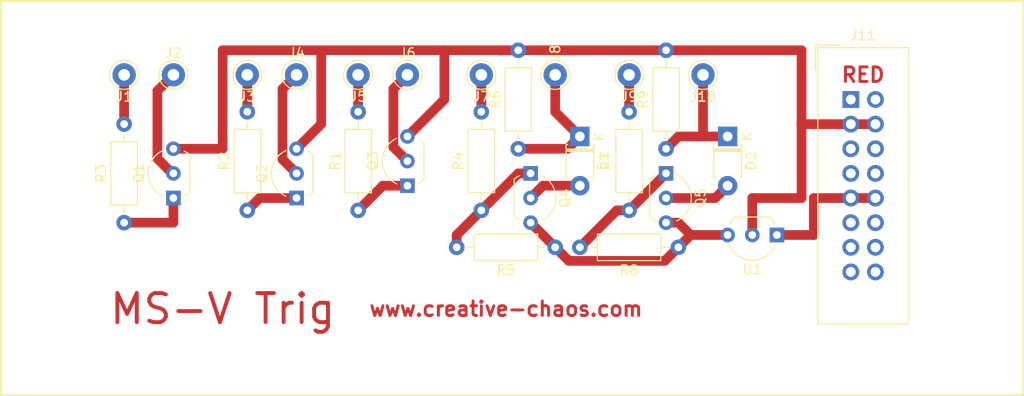
<source format=kicad_pcb>
(kicad_pcb (version 20171130) (host pcbnew "(5.0.0)")

  (general
    (thickness 1.6)
    (drawings 7)
    (tracks 74)
    (zones 0)
    (modules 28)
    (nets 33)
  )

  (page USLetter)
  (layers
    (0 F.Cu signal)
    (31 B.Cu signal hide)
    (32 B.Adhes user hide)
    (33 F.Adhes user hide)
    (34 B.Paste user hide)
    (35 F.Paste user hide)
    (36 B.SilkS user hide)
    (37 F.SilkS user)
    (38 B.Mask user hide)
    (39 F.Mask user hide)
    (40 Dwgs.User user hide)
    (41 Cmts.User user hide)
    (42 Eco1.User user hide)
    (43 Eco2.User user hide)
    (44 Edge.Cuts user hide)
    (45 Margin user hide)
    (46 B.CrtYd user hide)
    (47 F.CrtYd user hide)
    (48 B.Fab user hide)
    (49 F.Fab user hide)
  )

  (setup
    (last_trace_width 1)
    (trace_clearance 0.2)
    (zone_clearance 0.508)
    (zone_45_only no)
    (trace_min 0.2)
    (segment_width 0.2)
    (edge_width 0.15)
    (via_size 0.8)
    (via_drill 0.4)
    (via_min_size 0.4)
    (via_min_drill 0.3)
    (uvia_size 0.3)
    (uvia_drill 0.1)
    (uvias_allowed no)
    (uvia_min_size 0.2)
    (uvia_min_drill 0.1)
    (pcb_text_width 0.3)
    (pcb_text_size 1.5 1.5)
    (mod_edge_width 0.15)
    (mod_text_size 1 1)
    (mod_text_width 0.15)
    (pad_size 1.524 1.524)
    (pad_drill 0.762)
    (pad_to_mask_clearance 0.2)
    (aux_axis_origin 0 0)
    (visible_elements 7FFFFFFF)
    (pcbplotparams
      (layerselection 0x010fc_ffffffff)
      (usegerberextensions false)
      (usegerberattributes false)
      (usegerberadvancedattributes false)
      (creategerberjobfile false)
      (excludeedgelayer true)
      (linewidth 0.100000)
      (plotframeref false)
      (viasonmask false)
      (mode 1)
      (useauxorigin false)
      (hpglpennumber 1)
      (hpglpenspeed 20)
      (hpglpendiameter 15.000000)
      (psnegative false)
      (psa4output false)
      (plotreference true)
      (plotvalue true)
      (plotinvisibletext false)
      (padsonsilk false)
      (subtractmaskfromsilk false)
      (outputformat 1)
      (mirror false)
      (drillshape 1)
      (scaleselection 1)
      (outputdirectory ""))
  )

  (net 0 "")
  (net 1 "Net-(Q5-Pad1)")
  (net 2 GNDPWR)
  (net 3 "Net-(D1-Pad1)")
  (net 4 VCC)
  (net 5 "Net-(Q4-Pad1)")
  (net 6 "Net-(Q1-Pad1)")
  (net 7 "Net-(Q2-Pad1)")
  (net 8 "Net-(Q3-Pad1)")
  (net 9 "Net-(D2-Pad1)")
  (net 10 "Net-(D2-Pad2)")
  (net 11 "Net-(D1-Pad2)")
  (net 12 "Net-(J4-Pad1)")
  (net 13 "Net-(J1-Pad1)")
  (net 14 "Net-(J5-Pad1)")
  (net 15 "Net-(J2-Pad1)")
  (net 16 "Net-(J3-Pad1)")
  (net 17 "Net-(J6-Pad1)")
  (net 18 "Net-(J7-Pad1)")
  (net 19 "Net-(J9-Pad1)")
  (net 20 "Net-(J11-Pad1)")
  (net 21 "Net-(J11-Pad2)")
  (net 22 "Net-(J11-Pad10)")
  (net 23 "Net-(J11-Pad5)")
  (net 24 "Net-(J11-Pad6)")
  (net 25 "Net-(J11-Pad7)")
  (net 26 "Net-(J11-Pad8)")
  (net 27 "Net-(J11-Pad11)")
  (net 28 "Net-(J11-Pad12)")
  (net 29 "Net-(J11-Pad13)")
  (net 30 "Net-(J11-Pad14)")
  (net 31 "Net-(J11-Pad15)")
  (net 32 "Net-(J11-Pad16)")

  (net_class Default "This is the default net class."
    (clearance 0.2)
    (trace_width 1)
    (via_dia 0.8)
    (via_drill 0.4)
    (uvia_dia 0.3)
    (uvia_drill 0.1)
    (add_net GNDPWR)
    (add_net "Net-(D1-Pad1)")
    (add_net "Net-(D1-Pad2)")
    (add_net "Net-(D2-Pad1)")
    (add_net "Net-(D2-Pad2)")
    (add_net "Net-(J1-Pad1)")
    (add_net "Net-(J11-Pad1)")
    (add_net "Net-(J11-Pad10)")
    (add_net "Net-(J11-Pad11)")
    (add_net "Net-(J11-Pad12)")
    (add_net "Net-(J11-Pad13)")
    (add_net "Net-(J11-Pad14)")
    (add_net "Net-(J11-Pad15)")
    (add_net "Net-(J11-Pad16)")
    (add_net "Net-(J11-Pad2)")
    (add_net "Net-(J11-Pad5)")
    (add_net "Net-(J11-Pad6)")
    (add_net "Net-(J11-Pad7)")
    (add_net "Net-(J11-Pad8)")
    (add_net "Net-(J2-Pad1)")
    (add_net "Net-(J3-Pad1)")
    (add_net "Net-(J4-Pad1)")
    (add_net "Net-(J5-Pad1)")
    (add_net "Net-(J6-Pad1)")
    (add_net "Net-(J7-Pad1)")
    (add_net "Net-(J9-Pad1)")
    (add_net "Net-(Q1-Pad1)")
    (add_net "Net-(Q2-Pad1)")
    (add_net "Net-(Q3-Pad1)")
    (add_net "Net-(Q4-Pad1)")
    (add_net "Net-(Q5-Pad1)")
    (add_net VCC)
  )

  (module Package_TO_SOT_THT:TO-92_Inline_Wide (layer F.Cu) (tedit 5A02FF81) (tstamp 5BD70509)
    (at 96.52 49.53 180)
    (descr "TO-92 leads in-line, wide, drill 0.75mm (see NXP sot054_po.pdf)")
    (tags "to-92 sc-43 sc-43a sot54 PA33 transistor")
    (path /5BD4F5AB)
    (fp_text reference U1 (at 2.54 -3.56 180) (layer F.SilkS)
      (effects (font (size 1 1) (thickness 0.15)))
    )
    (fp_text value LM7805_TO220 (at 2.54 2.79 180) (layer F.Fab)
      (effects (font (size 1 1) (thickness 0.15)))
    )
    (fp_text user %R (at 2.54 -3.56 180) (layer F.Fab)
      (effects (font (size 1 1) (thickness 0.15)))
    )
    (fp_line (start 0.74 1.85) (end 4.34 1.85) (layer F.SilkS) (width 0.12))
    (fp_line (start 0.8 1.75) (end 4.3 1.75) (layer F.Fab) (width 0.1))
    (fp_line (start -1.01 -2.73) (end 6.09 -2.73) (layer F.CrtYd) (width 0.05))
    (fp_line (start -1.01 -2.73) (end -1.01 2.01) (layer F.CrtYd) (width 0.05))
    (fp_line (start 6.09 2.01) (end 6.09 -2.73) (layer F.CrtYd) (width 0.05))
    (fp_line (start 6.09 2.01) (end -1.01 2.01) (layer F.CrtYd) (width 0.05))
    (fp_arc (start 2.54 0) (end 0.74 1.85) (angle 20) (layer F.SilkS) (width 0.12))
    (fp_arc (start 2.54 0) (end 2.54 -2.6) (angle -65) (layer F.SilkS) (width 0.12))
    (fp_arc (start 2.54 0) (end 2.54 -2.6) (angle 65) (layer F.SilkS) (width 0.12))
    (fp_arc (start 2.54 0) (end 2.54 -2.48) (angle 135) (layer F.Fab) (width 0.1))
    (fp_arc (start 2.54 0) (end 2.54 -2.48) (angle -135) (layer F.Fab) (width 0.1))
    (fp_arc (start 2.54 0) (end 4.34 1.85) (angle -20) (layer F.SilkS) (width 0.12))
    (pad 2 thru_hole circle (at 2.54 0 270) (size 1.5 1.5) (drill 0.8) (layers *.Cu *.Mask)
      (net 2 GNDPWR))
    (pad 3 thru_hole circle (at 5.08 0 270) (size 1.5 1.5) (drill 0.8) (layers *.Cu *.Mask)
      (net 4 VCC))
    (pad 1 thru_hole rect (at 0 0 270) (size 1.5 1.5) (drill 0.8) (layers *.Cu *.Mask)
      (net 22 "Net-(J11-Pad10)"))
    (model ${KISYS3DMOD}/Package_TO_SOT_THT.3dshapes/TO-92_Inline_Wide.wrl
      (at (xyz 0 0 0))
      (scale (xyz 1 1 1))
      (rotate (xyz 0 0 0))
    )
  )

  (module Resistor_THT:R_Axial_DIN0207_L6.3mm_D2.5mm_P10.16mm_Horizontal (layer F.Cu) (tedit 5BD64DC0) (tstamp 5BD6F3F9)
    (at 86.36 50.8 180)
    (descr "Resistor, Axial_DIN0207 series, Axial, Horizontal, pin pitch=10.16mm, 0.25W = 1/4W, length*diameter=6.3*2.5mm^2, http://cdn-reichelt.de/documents/datenblatt/B400/1_4W%23YAG.pdf")
    (tags "Resistor Axial_DIN0207 series Axial Horizontal pin pitch 10.16mm 0.25W = 1/4W length 6.3mm diameter 2.5mm")
    (path /5BD5D0B9)
    (fp_text reference R8 (at 5.08 -2.37 180) (layer F.SilkS)
      (effects (font (size 1 1) (thickness 0.15)))
    )
    (fp_text value 100k (at 5.08 2.37 180) (layer F.Fab)
      (effects (font (size 1 1) (thickness 0.15)))
    )
    (fp_text user %R (at 5.08 0 180) (layer F.Fab)
      (effects (font (size 1 1) (thickness 0.15)))
    )
    (fp_line (start 11.21 -1.5) (end -1.05 -1.5) (layer F.CrtYd) (width 0.05))
    (fp_line (start 11.21 1.5) (end 11.21 -1.5) (layer F.CrtYd) (width 0.05))
    (fp_line (start -1.05 1.5) (end 11.21 1.5) (layer F.CrtYd) (width 0.05))
    (fp_line (start -1.05 -1.5) (end -1.05 1.5) (layer F.CrtYd) (width 0.05))
    (fp_line (start 9.12 0) (end 8.35 0) (layer F.SilkS) (width 0.12))
    (fp_line (start 1.04 0) (end 1.81 0) (layer F.SilkS) (width 0.12))
    (fp_line (start 8.35 -1.37) (end 1.81 -1.37) (layer F.SilkS) (width 0.12))
    (fp_line (start 8.35 1.37) (end 8.35 -1.37) (layer F.SilkS) (width 0.12))
    (fp_line (start 1.81 1.37) (end 8.35 1.37) (layer F.SilkS) (width 0.12))
    (fp_line (start 1.81 -1.37) (end 1.81 1.37) (layer F.SilkS) (width 0.12))
    (fp_line (start 10.16 0) (end 8.23 0) (layer F.Fab) (width 0.1))
    (fp_line (start 0 0) (end 1.93 0) (layer F.Fab) (width 0.1))
    (fp_line (start 8.23 -1.25) (end 1.93 -1.25) (layer F.Fab) (width 0.1))
    (fp_line (start 8.23 1.25) (end 8.23 -1.25) (layer F.Fab) (width 0.1))
    (fp_line (start 1.93 1.25) (end 8.23 1.25) (layer F.Fab) (width 0.1))
    (fp_line (start 1.93 -1.25) (end 1.93 1.25) (layer F.Fab) (width 0.1))
    (pad 2 thru_hole oval (at 10.16 0 180) (size 1.6 1.6) (drill 0.8) (layers *.Cu *.Mask)
      (net 1 "Net-(Q5-Pad1)"))
    (pad 1 thru_hole circle (at 0 0 180) (size 1.6 1.6) (drill 0.8) (layers *.Cu *.Mask)
      (net 4 VCC))
    (model ${KISYS3DMOD}/Resistor_THT.3dshapes/R_Axial_DIN0207_L6.3mm_D2.5mm_P10.16mm_Horizontal.wrl
      (at (xyz 0 0 0))
      (scale (xyz 1 1 1))
      (rotate (xyz 0 0 0))
    )
  )

  (module Resistor_THT:R_Axial_DIN0207_L6.3mm_D2.5mm_P10.16mm_Horizontal (layer F.Cu) (tedit 5AE5139B) (tstamp 5BD6F3E3)
    (at 85.09 40.64 90)
    (descr "Resistor, Axial_DIN0207 series, Axial, Horizontal, pin pitch=10.16mm, 0.25W = 1/4W, length*diameter=6.3*2.5mm^2, http://cdn-reichelt.de/documents/datenblatt/B400/1_4W%23YAG.pdf")
    (tags "Resistor Axial_DIN0207 series Axial Horizontal pin pitch 10.16mm 0.25W = 1/4W length 6.3mm diameter 2.5mm")
    (path /5BD5D09C)
    (fp_text reference R9 (at 5.08 -2.37 90) (layer F.SilkS)
      (effects (font (size 1 1) (thickness 0.15)))
    )
    (fp_text value 10k (at 5.08 2.37 90) (layer F.Fab)
      (effects (font (size 1 1) (thickness 0.15)))
    )
    (fp_line (start 1.93 -1.25) (end 1.93 1.25) (layer F.Fab) (width 0.1))
    (fp_line (start 1.93 1.25) (end 8.23 1.25) (layer F.Fab) (width 0.1))
    (fp_line (start 8.23 1.25) (end 8.23 -1.25) (layer F.Fab) (width 0.1))
    (fp_line (start 8.23 -1.25) (end 1.93 -1.25) (layer F.Fab) (width 0.1))
    (fp_line (start 0 0) (end 1.93 0) (layer F.Fab) (width 0.1))
    (fp_line (start 10.16 0) (end 8.23 0) (layer F.Fab) (width 0.1))
    (fp_line (start 1.81 -1.37) (end 1.81 1.37) (layer F.SilkS) (width 0.12))
    (fp_line (start 1.81 1.37) (end 8.35 1.37) (layer F.SilkS) (width 0.12))
    (fp_line (start 8.35 1.37) (end 8.35 -1.37) (layer F.SilkS) (width 0.12))
    (fp_line (start 8.35 -1.37) (end 1.81 -1.37) (layer F.SilkS) (width 0.12))
    (fp_line (start 1.04 0) (end 1.81 0) (layer F.SilkS) (width 0.12))
    (fp_line (start 9.12 0) (end 8.35 0) (layer F.SilkS) (width 0.12))
    (fp_line (start -1.05 -1.5) (end -1.05 1.5) (layer F.CrtYd) (width 0.05))
    (fp_line (start -1.05 1.5) (end 11.21 1.5) (layer F.CrtYd) (width 0.05))
    (fp_line (start 11.21 1.5) (end 11.21 -1.5) (layer F.CrtYd) (width 0.05))
    (fp_line (start 11.21 -1.5) (end -1.05 -1.5) (layer F.CrtYd) (width 0.05))
    (fp_text user %R (at 5.08 0 90) (layer F.Fab)
      (effects (font (size 1 1) (thickness 0.15)))
    )
    (pad 1 thru_hole circle (at 0 0 90) (size 1.6 1.6) (drill 0.8) (layers *.Cu *.Mask)
      (net 9 "Net-(D2-Pad1)"))
    (pad 2 thru_hole oval (at 10.16 0 90) (size 1.6 1.6) (drill 0.8) (layers *.Cu *.Mask)
      (net 2 GNDPWR))
    (model ${KISYS3DMOD}/Resistor_THT.3dshapes/R_Axial_DIN0207_L6.3mm_D2.5mm_P10.16mm_Horizontal.wrl
      (at (xyz 0 0 0))
      (scale (xyz 1 1 1))
      (rotate (xyz 0 0 0))
    )
  )

  (module Resistor_THT:R_Axial_DIN0207_L6.3mm_D2.5mm_P10.16mm_Horizontal (layer F.Cu) (tedit 5AE5139B) (tstamp 5BD6F3CD)
    (at 53.34 46.99 90)
    (descr "Resistor, Axial_DIN0207 series, Axial, Horizontal, pin pitch=10.16mm, 0.25W = 1/4W, length*diameter=6.3*2.5mm^2, http://cdn-reichelt.de/documents/datenblatt/B400/1_4W%23YAG.pdf")
    (tags "Resistor Axial_DIN0207 series Axial Horizontal pin pitch 10.16mm 0.25W = 1/4W length 6.3mm diameter 2.5mm")
    (path /5BD4C484)
    (fp_text reference R1 (at 5.08 -2.37 90) (layer F.SilkS)
      (effects (font (size 1 1) (thickness 0.15)))
    )
    (fp_text value 10k (at 5.08 2.37 90) (layer F.Fab)
      (effects (font (size 1 1) (thickness 0.15)))
    )
    (fp_text user %R (at 5.08 0 90) (layer F.Fab)
      (effects (font (size 1 1) (thickness 0.15)))
    )
    (fp_line (start 11.21 -1.5) (end -1.05 -1.5) (layer F.CrtYd) (width 0.05))
    (fp_line (start 11.21 1.5) (end 11.21 -1.5) (layer F.CrtYd) (width 0.05))
    (fp_line (start -1.05 1.5) (end 11.21 1.5) (layer F.CrtYd) (width 0.05))
    (fp_line (start -1.05 -1.5) (end -1.05 1.5) (layer F.CrtYd) (width 0.05))
    (fp_line (start 9.12 0) (end 8.35 0) (layer F.SilkS) (width 0.12))
    (fp_line (start 1.04 0) (end 1.81 0) (layer F.SilkS) (width 0.12))
    (fp_line (start 8.35 -1.37) (end 1.81 -1.37) (layer F.SilkS) (width 0.12))
    (fp_line (start 8.35 1.37) (end 8.35 -1.37) (layer F.SilkS) (width 0.12))
    (fp_line (start 1.81 1.37) (end 8.35 1.37) (layer F.SilkS) (width 0.12))
    (fp_line (start 1.81 -1.37) (end 1.81 1.37) (layer F.SilkS) (width 0.12))
    (fp_line (start 10.16 0) (end 8.23 0) (layer F.Fab) (width 0.1))
    (fp_line (start 0 0) (end 1.93 0) (layer F.Fab) (width 0.1))
    (fp_line (start 8.23 -1.25) (end 1.93 -1.25) (layer F.Fab) (width 0.1))
    (fp_line (start 8.23 1.25) (end 8.23 -1.25) (layer F.Fab) (width 0.1))
    (fp_line (start 1.93 1.25) (end 8.23 1.25) (layer F.Fab) (width 0.1))
    (fp_line (start 1.93 -1.25) (end 1.93 1.25) (layer F.Fab) (width 0.1))
    (pad 2 thru_hole oval (at 10.16 0 90) (size 1.6 1.6) (drill 0.8) (layers *.Cu *.Mask)
      (net 14 "Net-(J5-Pad1)"))
    (pad 1 thru_hole circle (at 0 0 90) (size 1.6 1.6) (drill 0.8) (layers *.Cu *.Mask)
      (net 8 "Net-(Q3-Pad1)"))
    (model ${KISYS3DMOD}/Resistor_THT.3dshapes/R_Axial_DIN0207_L6.3mm_D2.5mm_P10.16mm_Horizontal.wrl
      (at (xyz 0 0 0))
      (scale (xyz 1 1 1))
      (rotate (xyz 0 0 0))
    )
  )

  (module Resistor_THT:R_Axial_DIN0207_L6.3mm_D2.5mm_P10.16mm_Horizontal (layer F.Cu) (tedit 5AE5139B) (tstamp 5BD6F3B7)
    (at 41.91 46.99 90)
    (descr "Resistor, Axial_DIN0207 series, Axial, Horizontal, pin pitch=10.16mm, 0.25W = 1/4W, length*diameter=6.3*2.5mm^2, http://cdn-reichelt.de/documents/datenblatt/B400/1_4W%23YAG.pdf")
    (tags "Resistor Axial_DIN0207 series Axial Horizontal pin pitch 10.16mm 0.25W = 1/4W length 6.3mm diameter 2.5mm")
    (path /5BD5071D)
    (fp_text reference R2 (at 5.08 -2.37 90) (layer F.SilkS)
      (effects (font (size 1 1) (thickness 0.15)))
    )
    (fp_text value 10k (at 5.08 2.37 90) (layer F.Fab)
      (effects (font (size 1 1) (thickness 0.15)))
    )
    (fp_line (start 1.93 -1.25) (end 1.93 1.25) (layer F.Fab) (width 0.1))
    (fp_line (start 1.93 1.25) (end 8.23 1.25) (layer F.Fab) (width 0.1))
    (fp_line (start 8.23 1.25) (end 8.23 -1.25) (layer F.Fab) (width 0.1))
    (fp_line (start 8.23 -1.25) (end 1.93 -1.25) (layer F.Fab) (width 0.1))
    (fp_line (start 0 0) (end 1.93 0) (layer F.Fab) (width 0.1))
    (fp_line (start 10.16 0) (end 8.23 0) (layer F.Fab) (width 0.1))
    (fp_line (start 1.81 -1.37) (end 1.81 1.37) (layer F.SilkS) (width 0.12))
    (fp_line (start 1.81 1.37) (end 8.35 1.37) (layer F.SilkS) (width 0.12))
    (fp_line (start 8.35 1.37) (end 8.35 -1.37) (layer F.SilkS) (width 0.12))
    (fp_line (start 8.35 -1.37) (end 1.81 -1.37) (layer F.SilkS) (width 0.12))
    (fp_line (start 1.04 0) (end 1.81 0) (layer F.SilkS) (width 0.12))
    (fp_line (start 9.12 0) (end 8.35 0) (layer F.SilkS) (width 0.12))
    (fp_line (start -1.05 -1.5) (end -1.05 1.5) (layer F.CrtYd) (width 0.05))
    (fp_line (start -1.05 1.5) (end 11.21 1.5) (layer F.CrtYd) (width 0.05))
    (fp_line (start 11.21 1.5) (end 11.21 -1.5) (layer F.CrtYd) (width 0.05))
    (fp_line (start 11.21 -1.5) (end -1.05 -1.5) (layer F.CrtYd) (width 0.05))
    (fp_text user %R (at 5.08 0 90) (layer F.Fab)
      (effects (font (size 1 1) (thickness 0.15)))
    )
    (pad 1 thru_hole circle (at 0 0 90) (size 1.6 1.6) (drill 0.8) (layers *.Cu *.Mask)
      (net 7 "Net-(Q2-Pad1)"))
    (pad 2 thru_hole oval (at 10.16 0 90) (size 1.6 1.6) (drill 0.8) (layers *.Cu *.Mask)
      (net 16 "Net-(J3-Pad1)"))
    (model ${KISYS3DMOD}/Resistor_THT.3dshapes/R_Axial_DIN0207_L6.3mm_D2.5mm_P10.16mm_Horizontal.wrl
      (at (xyz 0 0 0))
      (scale (xyz 1 1 1))
      (rotate (xyz 0 0 0))
    )
  )

  (module Resistor_THT:R_Axial_DIN0207_L6.3mm_D2.5mm_P10.16mm_Horizontal (layer F.Cu) (tedit 5AE5139B) (tstamp 5BD6F375)
    (at 66.04 46.99 90)
    (descr "Resistor, Axial_DIN0207 series, Axial, Horizontal, pin pitch=10.16mm, 0.25W = 1/4W, length*diameter=6.3*2.5mm^2, http://cdn-reichelt.de/documents/datenblatt/B400/1_4W%23YAG.pdf")
    (tags "Resistor Axial_DIN0207 series Axial Horizontal pin pitch 10.16mm 0.25W = 1/4W length 6.3mm diameter 2.5mm")
    (path /5BD516CC)
    (fp_text reference R4 (at 5.08 -2.37 90) (layer F.SilkS)
      (effects (font (size 1 1) (thickness 0.15)))
    )
    (fp_text value 10k (at 5.08 2.37 90) (layer F.Fab)
      (effects (font (size 1 1) (thickness 0.15)))
    )
    (fp_text user %R (at 5.08 0 90) (layer F.Fab)
      (effects (font (size 1 1) (thickness 0.15)))
    )
    (fp_line (start 11.21 -1.5) (end -1.05 -1.5) (layer F.CrtYd) (width 0.05))
    (fp_line (start 11.21 1.5) (end 11.21 -1.5) (layer F.CrtYd) (width 0.05))
    (fp_line (start -1.05 1.5) (end 11.21 1.5) (layer F.CrtYd) (width 0.05))
    (fp_line (start -1.05 -1.5) (end -1.05 1.5) (layer F.CrtYd) (width 0.05))
    (fp_line (start 9.12 0) (end 8.35 0) (layer F.SilkS) (width 0.12))
    (fp_line (start 1.04 0) (end 1.81 0) (layer F.SilkS) (width 0.12))
    (fp_line (start 8.35 -1.37) (end 1.81 -1.37) (layer F.SilkS) (width 0.12))
    (fp_line (start 8.35 1.37) (end 8.35 -1.37) (layer F.SilkS) (width 0.12))
    (fp_line (start 1.81 1.37) (end 8.35 1.37) (layer F.SilkS) (width 0.12))
    (fp_line (start 1.81 -1.37) (end 1.81 1.37) (layer F.SilkS) (width 0.12))
    (fp_line (start 10.16 0) (end 8.23 0) (layer F.Fab) (width 0.1))
    (fp_line (start 0 0) (end 1.93 0) (layer F.Fab) (width 0.1))
    (fp_line (start 8.23 -1.25) (end 1.93 -1.25) (layer F.Fab) (width 0.1))
    (fp_line (start 8.23 1.25) (end 8.23 -1.25) (layer F.Fab) (width 0.1))
    (fp_line (start 1.93 1.25) (end 8.23 1.25) (layer F.Fab) (width 0.1))
    (fp_line (start 1.93 -1.25) (end 1.93 1.25) (layer F.Fab) (width 0.1))
    (pad 2 thru_hole oval (at 10.16 0 90) (size 1.6 1.6) (drill 0.8) (layers *.Cu *.Mask)
      (net 18 "Net-(J7-Pad1)"))
    (pad 1 thru_hole circle (at 0 0 90) (size 1.6 1.6) (drill 0.8) (layers *.Cu *.Mask)
      (net 5 "Net-(Q4-Pad1)"))
    (model ${KISYS3DMOD}/Resistor_THT.3dshapes/R_Axial_DIN0207_L6.3mm_D2.5mm_P10.16mm_Horizontal.wrl
      (at (xyz 0 0 0))
      (scale (xyz 1 1 1))
      (rotate (xyz 0 0 0))
    )
  )

  (module Resistor_THT:R_Axial_DIN0207_L6.3mm_D2.5mm_P10.16mm_Horizontal (layer F.Cu) (tedit 5AE5139B) (tstamp 5BD6F35F)
    (at 73.66 50.8 180)
    (descr "Resistor, Axial_DIN0207 series, Axial, Horizontal, pin pitch=10.16mm, 0.25W = 1/4W, length*diameter=6.3*2.5mm^2, http://cdn-reichelt.de/documents/datenblatt/B400/1_4W%23YAG.pdf")
    (tags "Resistor Axial_DIN0207 series Axial Horizontal pin pitch 10.16mm 0.25W = 1/4W length 6.3mm diameter 2.5mm")
    (path /5BD54AF9)
    (fp_text reference R5 (at 5.08 -2.37 180) (layer F.SilkS)
      (effects (font (size 1 1) (thickness 0.15)))
    )
    (fp_text value 100k (at 5.08 2.37 180) (layer F.Fab)
      (effects (font (size 1 1) (thickness 0.15)))
    )
    (fp_line (start 1.93 -1.25) (end 1.93 1.25) (layer F.Fab) (width 0.1))
    (fp_line (start 1.93 1.25) (end 8.23 1.25) (layer F.Fab) (width 0.1))
    (fp_line (start 8.23 1.25) (end 8.23 -1.25) (layer F.Fab) (width 0.1))
    (fp_line (start 8.23 -1.25) (end 1.93 -1.25) (layer F.Fab) (width 0.1))
    (fp_line (start 0 0) (end 1.93 0) (layer F.Fab) (width 0.1))
    (fp_line (start 10.16 0) (end 8.23 0) (layer F.Fab) (width 0.1))
    (fp_line (start 1.81 -1.37) (end 1.81 1.37) (layer F.SilkS) (width 0.12))
    (fp_line (start 1.81 1.37) (end 8.35 1.37) (layer F.SilkS) (width 0.12))
    (fp_line (start 8.35 1.37) (end 8.35 -1.37) (layer F.SilkS) (width 0.12))
    (fp_line (start 8.35 -1.37) (end 1.81 -1.37) (layer F.SilkS) (width 0.12))
    (fp_line (start 1.04 0) (end 1.81 0) (layer F.SilkS) (width 0.12))
    (fp_line (start 9.12 0) (end 8.35 0) (layer F.SilkS) (width 0.12))
    (fp_line (start -1.05 -1.5) (end -1.05 1.5) (layer F.CrtYd) (width 0.05))
    (fp_line (start -1.05 1.5) (end 11.21 1.5) (layer F.CrtYd) (width 0.05))
    (fp_line (start 11.21 1.5) (end 11.21 -1.5) (layer F.CrtYd) (width 0.05))
    (fp_line (start 11.21 -1.5) (end -1.05 -1.5) (layer F.CrtYd) (width 0.05))
    (fp_text user %R (at 5.08 0 180) (layer F.Fab)
      (effects (font (size 1 1) (thickness 0.15)))
    )
    (pad 1 thru_hole circle (at 0 0 180) (size 1.6 1.6) (drill 0.8) (layers *.Cu *.Mask)
      (net 4 VCC))
    (pad 2 thru_hole oval (at 10.16 0 180) (size 1.6 1.6) (drill 0.8) (layers *.Cu *.Mask)
      (net 5 "Net-(Q4-Pad1)"))
    (model ${KISYS3DMOD}/Resistor_THT.3dshapes/R_Axial_DIN0207_L6.3mm_D2.5mm_P10.16mm_Horizontal.wrl
      (at (xyz 0 0 0))
      (scale (xyz 1 1 1))
      (rotate (xyz 0 0 0))
    )
  )

  (module Resistor_THT:R_Axial_DIN0207_L6.3mm_D2.5mm_P10.16mm_Horizontal (layer F.Cu) (tedit 5AE5139B) (tstamp 5BD6F349)
    (at 69.85 40.64 90)
    (descr "Resistor, Axial_DIN0207 series, Axial, Horizontal, pin pitch=10.16mm, 0.25W = 1/4W, length*diameter=6.3*2.5mm^2, http://cdn-reichelt.de/documents/datenblatt/B400/1_4W%23YAG.pdf")
    (tags "Resistor Axial_DIN0207 series Axial Horizontal pin pitch 10.16mm 0.25W = 1/4W length 6.3mm diameter 2.5mm")
    (path /5BD52EFF)
    (fp_text reference R6 (at 5.08 -2.37 90) (layer F.SilkS)
      (effects (font (size 1 1) (thickness 0.15)))
    )
    (fp_text value 10k (at 5.08 2.37 90) (layer F.Fab)
      (effects (font (size 1 1) (thickness 0.15)))
    )
    (fp_text user %R (at 5.08 0 90) (layer F.Fab)
      (effects (font (size 1 1) (thickness 0.15)))
    )
    (fp_line (start 11.21 -1.5) (end -1.05 -1.5) (layer F.CrtYd) (width 0.05))
    (fp_line (start 11.21 1.5) (end 11.21 -1.5) (layer F.CrtYd) (width 0.05))
    (fp_line (start -1.05 1.5) (end 11.21 1.5) (layer F.CrtYd) (width 0.05))
    (fp_line (start -1.05 -1.5) (end -1.05 1.5) (layer F.CrtYd) (width 0.05))
    (fp_line (start 9.12 0) (end 8.35 0) (layer F.SilkS) (width 0.12))
    (fp_line (start 1.04 0) (end 1.81 0) (layer F.SilkS) (width 0.12))
    (fp_line (start 8.35 -1.37) (end 1.81 -1.37) (layer F.SilkS) (width 0.12))
    (fp_line (start 8.35 1.37) (end 8.35 -1.37) (layer F.SilkS) (width 0.12))
    (fp_line (start 1.81 1.37) (end 8.35 1.37) (layer F.SilkS) (width 0.12))
    (fp_line (start 1.81 -1.37) (end 1.81 1.37) (layer F.SilkS) (width 0.12))
    (fp_line (start 10.16 0) (end 8.23 0) (layer F.Fab) (width 0.1))
    (fp_line (start 0 0) (end 1.93 0) (layer F.Fab) (width 0.1))
    (fp_line (start 8.23 -1.25) (end 1.93 -1.25) (layer F.Fab) (width 0.1))
    (fp_line (start 8.23 1.25) (end 8.23 -1.25) (layer F.Fab) (width 0.1))
    (fp_line (start 1.93 1.25) (end 8.23 1.25) (layer F.Fab) (width 0.1))
    (fp_line (start 1.93 -1.25) (end 1.93 1.25) (layer F.Fab) (width 0.1))
    (pad 2 thru_hole oval (at 10.16 0 90) (size 1.6 1.6) (drill 0.8) (layers *.Cu *.Mask)
      (net 2 GNDPWR))
    (pad 1 thru_hole circle (at 0 0 90) (size 1.6 1.6) (drill 0.8) (layers *.Cu *.Mask)
      (net 3 "Net-(D1-Pad1)"))
    (model ${KISYS3DMOD}/Resistor_THT.3dshapes/R_Axial_DIN0207_L6.3mm_D2.5mm_P10.16mm_Horizontal.wrl
      (at (xyz 0 0 0))
      (scale (xyz 1 1 1))
      (rotate (xyz 0 0 0))
    )
  )

  (module Resistor_THT:R_Axial_DIN0207_L6.3mm_D2.5mm_P10.16mm_Horizontal (layer F.Cu) (tedit 5AE5139B) (tstamp 5BD6F333)
    (at 81.28 46.99 90)
    (descr "Resistor, Axial_DIN0207 series, Axial, Horizontal, pin pitch=10.16mm, 0.25W = 1/4W, length*diameter=6.3*2.5mm^2, http://cdn-reichelt.de/documents/datenblatt/B400/1_4W%23YAG.pdf")
    (tags "Resistor Axial_DIN0207 series Axial Horizontal pin pitch 10.16mm 0.25W = 1/4W length 6.3mm diameter 2.5mm")
    (path /5BD5D093)
    (fp_text reference R7 (at 5.08 -2.37 90) (layer F.SilkS)
      (effects (font (size 1 1) (thickness 0.15)))
    )
    (fp_text value 10k (at 5.08 2.37 90) (layer F.Fab)
      (effects (font (size 1 1) (thickness 0.15)))
    )
    (fp_line (start 1.93 -1.25) (end 1.93 1.25) (layer F.Fab) (width 0.1))
    (fp_line (start 1.93 1.25) (end 8.23 1.25) (layer F.Fab) (width 0.1))
    (fp_line (start 8.23 1.25) (end 8.23 -1.25) (layer F.Fab) (width 0.1))
    (fp_line (start 8.23 -1.25) (end 1.93 -1.25) (layer F.Fab) (width 0.1))
    (fp_line (start 0 0) (end 1.93 0) (layer F.Fab) (width 0.1))
    (fp_line (start 10.16 0) (end 8.23 0) (layer F.Fab) (width 0.1))
    (fp_line (start 1.81 -1.37) (end 1.81 1.37) (layer F.SilkS) (width 0.12))
    (fp_line (start 1.81 1.37) (end 8.35 1.37) (layer F.SilkS) (width 0.12))
    (fp_line (start 8.35 1.37) (end 8.35 -1.37) (layer F.SilkS) (width 0.12))
    (fp_line (start 8.35 -1.37) (end 1.81 -1.37) (layer F.SilkS) (width 0.12))
    (fp_line (start 1.04 0) (end 1.81 0) (layer F.SilkS) (width 0.12))
    (fp_line (start 9.12 0) (end 8.35 0) (layer F.SilkS) (width 0.12))
    (fp_line (start -1.05 -1.5) (end -1.05 1.5) (layer F.CrtYd) (width 0.05))
    (fp_line (start -1.05 1.5) (end 11.21 1.5) (layer F.CrtYd) (width 0.05))
    (fp_line (start 11.21 1.5) (end 11.21 -1.5) (layer F.CrtYd) (width 0.05))
    (fp_line (start 11.21 -1.5) (end -1.05 -1.5) (layer F.CrtYd) (width 0.05))
    (fp_text user %R (at 5.08 0 90) (layer F.Fab)
      (effects (font (size 1 1) (thickness 0.15)))
    )
    (pad 1 thru_hole circle (at 0 0 90) (size 1.6 1.6) (drill 0.8) (layers *.Cu *.Mask)
      (net 1 "Net-(Q5-Pad1)"))
    (pad 2 thru_hole oval (at 10.16 0 90) (size 1.6 1.6) (drill 0.8) (layers *.Cu *.Mask)
      (net 19 "Net-(J9-Pad1)"))
    (model ${KISYS3DMOD}/Resistor_THT.3dshapes/R_Axial_DIN0207_L6.3mm_D2.5mm_P10.16mm_Horizontal.wrl
      (at (xyz 0 0 0))
      (scale (xyz 1 1 1))
      (rotate (xyz 0 0 0))
    )
  )

  (module Package_TO_SOT_THT:TO-92L_Inline_Wide (layer F.Cu) (tedit 5A11996A) (tstamp 5BD6E483)
    (at 46.99 45.72 90)
    (descr "TO-92L leads in-line (large body variant of TO-92), also known as TO-226, wide, drill 0.75mm (see https://www.diodes.com/assets/Package-Files/TO92L.pdf and http://www.ti.com/lit/an/snoa059/snoa059.pdf)")
    (tags "TO-92L Inline Wide transistor")
    (path /5BD50724)
    (fp_text reference Q2 (at 2.54 -3.56 90) (layer F.SilkS)
      (effects (font (size 1 1) (thickness 0.15)))
    )
    (fp_text value Q_NPN_BCE (at 2.54 2.79 90) (layer F.Fab)
      (effects (font (size 1 1) (thickness 0.15)))
    )
    (fp_arc (start 2.54 0) (end 4.45 1.7) (angle -15.88591585) (layer F.SilkS) (width 0.12))
    (fp_arc (start 2.54 0) (end 2.54 -2.48) (angle -130.2499344) (layer F.Fab) (width 0.1))
    (fp_arc (start 2.54 0) (end 2.54 -2.48) (angle 129.9527847) (layer F.Fab) (width 0.1))
    (fp_arc (start 2.54 0) (end 2.54 -2.6) (angle 65) (layer F.SilkS) (width 0.12))
    (fp_arc (start 2.54 0) (end 2.54 -2.6) (angle -65) (layer F.SilkS) (width 0.12))
    (fp_arc (start 2.54 0) (end 0.6 1.7) (angle 15.44288892) (layer F.SilkS) (width 0.12))
    (fp_line (start 6.1 1.85) (end -1 1.85) (layer F.CrtYd) (width 0.05))
    (fp_line (start 6.1 1.85) (end 6.1 -2.75) (layer F.CrtYd) (width 0.05))
    (fp_line (start -1 -2.75) (end -1 1.85) (layer F.CrtYd) (width 0.05))
    (fp_line (start -1 -2.75) (end 6.1 -2.75) (layer F.CrtYd) (width 0.05))
    (fp_line (start 0.65 1.6) (end 4.4 1.6) (layer F.Fab) (width 0.1))
    (fp_line (start 0.6 1.7) (end 4.45 1.7) (layer F.SilkS) (width 0.12))
    (fp_text user %R (at 2.54 -3.56 90) (layer F.Fab)
      (effects (font (size 1 1) (thickness 0.15)))
    )
    (pad 1 thru_hole rect (at 0 0 180) (size 1.5 1.5) (drill 0.8) (layers *.Cu *.Mask)
      (net 7 "Net-(Q2-Pad1)"))
    (pad 3 thru_hole circle (at 5.08 0 180) (size 1.5 1.5) (drill 0.8) (layers *.Cu *.Mask)
      (net 2 GNDPWR))
    (pad 2 thru_hole circle (at 2.54 0 180) (size 1.5 1.5) (drill 0.8) (layers *.Cu *.Mask)
      (net 12 "Net-(J4-Pad1)"))
    (model ${KISYS3DMOD}/Package_TO_SOT_THT.3dshapes/TO-92L_Inline_Wide.wrl
      (at (xyz 0 0 0))
      (scale (xyz 1 1 1))
      (rotate (xyz 0 0 0))
    )
  )

  (module Package_TO_SOT_THT:TO-92L_Inline_Wide (layer F.Cu) (tedit 5A11996A) (tstamp 5BD6E44A)
    (at 58.42 44.45 90)
    (descr "TO-92L leads in-line (large body variant of TO-92), also known as TO-226, wide, drill 0.75mm (see https://www.diodes.com/assets/Package-Files/TO92L.pdf and http://www.ti.com/lit/an/snoa059/snoa059.pdf)")
    (tags "TO-92L Inline Wide transistor")
    (path /5BD4C528)
    (fp_text reference Q3 (at 2.54 -3.56 90) (layer F.SilkS)
      (effects (font (size 1 1) (thickness 0.15)))
    )
    (fp_text value Q_NPN_BCE (at 2.54 2.79 90) (layer F.Fab)
      (effects (font (size 1 1) (thickness 0.15)))
    )
    (fp_text user %R (at 2.54 -3.56 90) (layer F.Fab)
      (effects (font (size 1 1) (thickness 0.15)))
    )
    (fp_line (start 0.6 1.7) (end 4.45 1.7) (layer F.SilkS) (width 0.12))
    (fp_line (start 0.65 1.6) (end 4.4 1.6) (layer F.Fab) (width 0.1))
    (fp_line (start -1 -2.75) (end 6.1 -2.75) (layer F.CrtYd) (width 0.05))
    (fp_line (start -1 -2.75) (end -1 1.85) (layer F.CrtYd) (width 0.05))
    (fp_line (start 6.1 1.85) (end 6.1 -2.75) (layer F.CrtYd) (width 0.05))
    (fp_line (start 6.1 1.85) (end -1 1.85) (layer F.CrtYd) (width 0.05))
    (fp_arc (start 2.54 0) (end 0.6 1.7) (angle 15.44288892) (layer F.SilkS) (width 0.12))
    (fp_arc (start 2.54 0) (end 2.54 -2.6) (angle -65) (layer F.SilkS) (width 0.12))
    (fp_arc (start 2.54 0) (end 2.54 -2.6) (angle 65) (layer F.SilkS) (width 0.12))
    (fp_arc (start 2.54 0) (end 2.54 -2.48) (angle 129.9527847) (layer F.Fab) (width 0.1))
    (fp_arc (start 2.54 0) (end 2.54 -2.48) (angle -130.2499344) (layer F.Fab) (width 0.1))
    (fp_arc (start 2.54 0) (end 4.45 1.7) (angle -15.88591585) (layer F.SilkS) (width 0.12))
    (pad 2 thru_hole circle (at 2.54 0 180) (size 1.5 1.5) (drill 0.8) (layers *.Cu *.Mask)
      (net 17 "Net-(J6-Pad1)"))
    (pad 3 thru_hole circle (at 5.08 0 180) (size 1.5 1.5) (drill 0.8) (layers *.Cu *.Mask)
      (net 2 GNDPWR))
    (pad 1 thru_hole rect (at 0 0 180) (size 1.5 1.5) (drill 0.8) (layers *.Cu *.Mask)
      (net 8 "Net-(Q3-Pad1)"))
    (model ${KISYS3DMOD}/Package_TO_SOT_THT.3dshapes/TO-92L_Inline_Wide.wrl
      (at (xyz 0 0 0))
      (scale (xyz 1 1 1))
      (rotate (xyz 0 0 0))
    )
  )

  (module Package_TO_SOT_THT:TO-92L_Inline_Wide (layer F.Cu) (tedit 5A11996A) (tstamp 5BD6E437)
    (at 71.12 43.18 270)
    (descr "TO-92L leads in-line (large body variant of TO-92), also known as TO-226, wide, drill 0.75mm (see https://www.diodes.com/assets/Package-Files/TO92L.pdf and http://www.ti.com/lit/an/snoa059/snoa059.pdf)")
    (tags "TO-92L Inline Wide transistor")
    (path /5BD4C5DE)
    (fp_text reference Q4 (at 2.54 -3.56 270) (layer F.SilkS)
      (effects (font (size 1 1) (thickness 0.15)))
    )
    (fp_text value Q_PNP_BCE (at 2.54 2.79 270) (layer F.Fab)
      (effects (font (size 1 1) (thickness 0.15)))
    )
    (fp_arc (start 2.54 0) (end 4.45 1.7) (angle -15.88591585) (layer F.SilkS) (width 0.12))
    (fp_arc (start 2.54 0) (end 2.54 -2.48) (angle -130.2499344) (layer F.Fab) (width 0.1))
    (fp_arc (start 2.54 0) (end 2.54 -2.48) (angle 129.9527847) (layer F.Fab) (width 0.1))
    (fp_arc (start 2.54 0) (end 2.54 -2.6) (angle 65) (layer F.SilkS) (width 0.12))
    (fp_arc (start 2.54 0) (end 2.54 -2.6) (angle -65) (layer F.SilkS) (width 0.12))
    (fp_arc (start 2.54 0) (end 0.6 1.7) (angle 15.44288892) (layer F.SilkS) (width 0.12))
    (fp_line (start 6.1 1.85) (end -1 1.85) (layer F.CrtYd) (width 0.05))
    (fp_line (start 6.1 1.85) (end 6.1 -2.75) (layer F.CrtYd) (width 0.05))
    (fp_line (start -1 -2.75) (end -1 1.85) (layer F.CrtYd) (width 0.05))
    (fp_line (start -1 -2.75) (end 6.1 -2.75) (layer F.CrtYd) (width 0.05))
    (fp_line (start 0.65 1.6) (end 4.4 1.6) (layer F.Fab) (width 0.1))
    (fp_line (start 0.6 1.7) (end 4.45 1.7) (layer F.SilkS) (width 0.12))
    (fp_text user %R (at 2.54 -3.56 270) (layer F.Fab)
      (effects (font (size 1 1) (thickness 0.15)))
    )
    (pad 1 thru_hole rect (at 0 0) (size 1.5 1.5) (drill 0.8) (layers *.Cu *.Mask)
      (net 5 "Net-(Q4-Pad1)"))
    (pad 3 thru_hole circle (at 5.08 0) (size 1.5 1.5) (drill 0.8) (layers *.Cu *.Mask)
      (net 4 VCC))
    (pad 2 thru_hole circle (at 2.54 0) (size 1.5 1.5) (drill 0.8) (layers *.Cu *.Mask)
      (net 11 "Net-(D1-Pad2)"))
    (model ${KISYS3DMOD}/Package_TO_SOT_THT.3dshapes/TO-92L_Inline_Wide.wrl
      (at (xyz 0 0 0))
      (scale (xyz 1 1 1))
      (rotate (xyz 0 0 0))
    )
  )

  (module Package_TO_SOT_THT:TO-92L_Inline_Wide (layer F.Cu) (tedit 5A11996A) (tstamp 5BD6E424)
    (at 85.09 43.18 270)
    (descr "TO-92L leads in-line (large body variant of TO-92), also known as TO-226, wide, drill 0.75mm (see https://www.diodes.com/assets/Package-Files/TO92L.pdf and http://www.ti.com/lit/an/snoa059/snoa059.pdf)")
    (tags "TO-92L Inline Wide transistor")
    (path /5BD5D07E)
    (fp_text reference Q5 (at 2.54 -3.56 270) (layer F.SilkS)
      (effects (font (size 1 1) (thickness 0.15)))
    )
    (fp_text value Q_PNP_BCE (at 2.54 2.79 270) (layer F.Fab)
      (effects (font (size 1 1) (thickness 0.15)))
    )
    (fp_text user %R (at 2.54 -3.56 270) (layer F.Fab)
      (effects (font (size 1 1) (thickness 0.15)))
    )
    (fp_line (start 0.6 1.7) (end 4.45 1.7) (layer F.SilkS) (width 0.12))
    (fp_line (start 0.65 1.6) (end 4.4 1.6) (layer F.Fab) (width 0.1))
    (fp_line (start -1 -2.75) (end 6.1 -2.75) (layer F.CrtYd) (width 0.05))
    (fp_line (start -1 -2.75) (end -1 1.85) (layer F.CrtYd) (width 0.05))
    (fp_line (start 6.1 1.85) (end 6.1 -2.75) (layer F.CrtYd) (width 0.05))
    (fp_line (start 6.1 1.85) (end -1 1.85) (layer F.CrtYd) (width 0.05))
    (fp_arc (start 2.54 0) (end 0.6 1.7) (angle 15.44288892) (layer F.SilkS) (width 0.12))
    (fp_arc (start 2.54 0) (end 2.54 -2.6) (angle -65) (layer F.SilkS) (width 0.12))
    (fp_arc (start 2.54 0) (end 2.54 -2.6) (angle 65) (layer F.SilkS) (width 0.12))
    (fp_arc (start 2.54 0) (end 2.54 -2.48) (angle 129.9527847) (layer F.Fab) (width 0.1))
    (fp_arc (start 2.54 0) (end 2.54 -2.48) (angle -130.2499344) (layer F.Fab) (width 0.1))
    (fp_arc (start 2.54 0) (end 4.45 1.7) (angle -15.88591585) (layer F.SilkS) (width 0.12))
    (pad 2 thru_hole circle (at 2.54 0) (size 1.5 1.5) (drill 0.8) (layers *.Cu *.Mask)
      (net 10 "Net-(D2-Pad2)"))
    (pad 3 thru_hole circle (at 5.08 0) (size 1.5 1.5) (drill 0.8) (layers *.Cu *.Mask)
      (net 4 VCC))
    (pad 1 thru_hole rect (at 0 0) (size 1.5 1.5) (drill 0.8) (layers *.Cu *.Mask)
      (net 1 "Net-(Q5-Pad1)"))
    (model ${KISYS3DMOD}/Package_TO_SOT_THT.3dshapes/TO-92L_Inline_Wide.wrl
      (at (xyz 0 0 0))
      (scale (xyz 1 1 1))
      (rotate (xyz 0 0 0))
    )
  )

  (module Package_TO_SOT_THT:TO-92L_Inline_Wide (layer F.Cu) (tedit 5A11996A) (tstamp 5BD6D68C)
    (at 34.29 45.72 90)
    (descr "TO-92L leads in-line (large body variant of TO-92), also known as TO-226, wide, drill 0.75mm (see https://www.diodes.com/assets/Package-Files/TO92L.pdf and http://www.ti.com/lit/an/snoa059/snoa059.pdf)")
    (tags "TO-92L Inline Wide transistor")
    (path /5BD50A5A)
    (fp_text reference Q1 (at 2.54 -3.56 90) (layer F.SilkS)
      (effects (font (size 1 1) (thickness 0.15)))
    )
    (fp_text value Q_NPN_BCE (at 2.54 2.79 90) (layer F.Fab)
      (effects (font (size 1 1) (thickness 0.15)))
    )
    (fp_text user %R (at 2.54 -3.56 90) (layer F.Fab)
      (effects (font (size 1 1) (thickness 0.15)))
    )
    (fp_line (start 0.6 1.7) (end 4.45 1.7) (layer F.SilkS) (width 0.12))
    (fp_line (start 0.65 1.6) (end 4.4 1.6) (layer F.Fab) (width 0.1))
    (fp_line (start -1 -2.75) (end 6.1 -2.75) (layer F.CrtYd) (width 0.05))
    (fp_line (start -1 -2.75) (end -1 1.85) (layer F.CrtYd) (width 0.05))
    (fp_line (start 6.1 1.85) (end 6.1 -2.75) (layer F.CrtYd) (width 0.05))
    (fp_line (start 6.1 1.85) (end -1 1.85) (layer F.CrtYd) (width 0.05))
    (fp_arc (start 2.54 0) (end 0.6 1.7) (angle 15.44288892) (layer F.SilkS) (width 0.12))
    (fp_arc (start 2.54 0) (end 2.54 -2.6) (angle -65) (layer F.SilkS) (width 0.12))
    (fp_arc (start 2.54 0) (end 2.54 -2.6) (angle 65) (layer F.SilkS) (width 0.12))
    (fp_arc (start 2.54 0) (end 2.54 -2.48) (angle 129.9527847) (layer F.Fab) (width 0.1))
    (fp_arc (start 2.54 0) (end 2.54 -2.48) (angle -130.2499344) (layer F.Fab) (width 0.1))
    (fp_arc (start 2.54 0) (end 4.45 1.7) (angle -15.88591585) (layer F.SilkS) (width 0.12))
    (pad 2 thru_hole circle (at 2.54 0 180) (size 1.5 1.5) (drill 0.8) (layers *.Cu *.Mask)
      (net 15 "Net-(J2-Pad1)"))
    (pad 3 thru_hole circle (at 5.08 0 180) (size 1.5 1.5) (drill 0.8) (layers *.Cu *.Mask)
      (net 2 GNDPWR))
    (pad 1 thru_hole rect (at 0 0 180) (size 1.5 1.5) (drill 0.8) (layers *.Cu *.Mask)
      (net 6 "Net-(Q1-Pad1)"))
    (model ${KISYS3DMOD}/Package_TO_SOT_THT.3dshapes/TO-92L_Inline_Wide.wrl
      (at (xyz 0 0 0))
      (scale (xyz 1 1 1))
      (rotate (xyz 0 0 0))
    )
  )

  (module Resistor_THT:R_Axial_DIN0207_L6.3mm_D2.5mm_P10.16mm_Horizontal (layer F.Cu) (tedit 5AE5139B) (tstamp 5BD69802)
    (at 29.21 48.26 90)
    (descr "Resistor, Axial_DIN0207 series, Axial, Horizontal, pin pitch=10.16mm, 0.25W = 1/4W, length*diameter=6.3*2.5mm^2, http://cdn-reichelt.de/documents/datenblatt/B400/1_4W%23YAG.pdf")
    (tags "Resistor Axial_DIN0207 series Axial Horizontal pin pitch 10.16mm 0.25W = 1/4W length 6.3mm diameter 2.5mm")
    (path /5BD50A53)
    (fp_text reference R3 (at 5.08 -2.37 90) (layer F.SilkS)
      (effects (font (size 1 1) (thickness 0.15)))
    )
    (fp_text value 10k (at 5.08 2.37 90) (layer F.Fab)
      (effects (font (size 1 1) (thickness 0.15)))
    )
    (fp_line (start 1.93 -1.25) (end 1.93 1.25) (layer F.Fab) (width 0.1))
    (fp_line (start 1.93 1.25) (end 8.23 1.25) (layer F.Fab) (width 0.1))
    (fp_line (start 8.23 1.25) (end 8.23 -1.25) (layer F.Fab) (width 0.1))
    (fp_line (start 8.23 -1.25) (end 1.93 -1.25) (layer F.Fab) (width 0.1))
    (fp_line (start 0 0) (end 1.93 0) (layer F.Fab) (width 0.1))
    (fp_line (start 10.16 0) (end 8.23 0) (layer F.Fab) (width 0.1))
    (fp_line (start 1.81 -1.37) (end 1.81 1.37) (layer F.SilkS) (width 0.12))
    (fp_line (start 1.81 1.37) (end 8.35 1.37) (layer F.SilkS) (width 0.12))
    (fp_line (start 8.35 1.37) (end 8.35 -1.37) (layer F.SilkS) (width 0.12))
    (fp_line (start 8.35 -1.37) (end 1.81 -1.37) (layer F.SilkS) (width 0.12))
    (fp_line (start 1.04 0) (end 1.81 0) (layer F.SilkS) (width 0.12))
    (fp_line (start 9.12 0) (end 8.35 0) (layer F.SilkS) (width 0.12))
    (fp_line (start -1.05 -1.5) (end -1.05 1.5) (layer F.CrtYd) (width 0.05))
    (fp_line (start -1.05 1.5) (end 11.21 1.5) (layer F.CrtYd) (width 0.05))
    (fp_line (start 11.21 1.5) (end 11.21 -1.5) (layer F.CrtYd) (width 0.05))
    (fp_line (start 11.21 -1.5) (end -1.05 -1.5) (layer F.CrtYd) (width 0.05))
    (fp_text user %R (at 5.08 0 90) (layer F.Fab)
      (effects (font (size 1 1) (thickness 0.15)))
    )
    (pad 1 thru_hole circle (at 0 0 90) (size 1.6 1.6) (drill 0.8) (layers *.Cu *.Mask)
      (net 6 "Net-(Q1-Pad1)"))
    (pad 2 thru_hole oval (at 10.16 0 90) (size 1.6 1.6) (drill 0.8) (layers *.Cu *.Mask)
      (net 13 "Net-(J1-Pad1)"))
    (model ${KISYS3DMOD}/Resistor_THT.3dshapes/R_Axial_DIN0207_L6.3mm_D2.5mm_P10.16mm_Horizontal.wrl
      (at (xyz 0 0 0))
      (scale (xyz 1 1 1))
      (rotate (xyz 0 0 0))
    )
  )

  (module Connector_IDC:IDC-Header_2x08_P2.54mm_Vertical (layer F.Cu) (tedit 59DE0341) (tstamp 5BD61956)
    (at 104.14 35.56)
    (descr "Through hole straight IDC box header, 2x08, 2.54mm pitch, double rows")
    (tags "Through hole IDC box header THT 2x08 2.54mm double row")
    (path /5BD6DD30)
    (fp_text reference J11 (at 1.27 -6.604) (layer F.SilkS)
      (effects (font (size 1 1) (thickness 0.15)))
    )
    (fp_text value "Power Conn" (at 1.27 24.384) (layer F.Fab)
      (effects (font (size 1 1) (thickness 0.15)))
    )
    (fp_text user %R (at 1.27 8.89) (layer F.Fab)
      (effects (font (size 1 1) (thickness 0.15)))
    )
    (fp_line (start 5.695 -5.1) (end 5.695 22.88) (layer F.Fab) (width 0.1))
    (fp_line (start 5.145 -4.56) (end 5.145 22.32) (layer F.Fab) (width 0.1))
    (fp_line (start -3.155 -5.1) (end -3.155 22.88) (layer F.Fab) (width 0.1))
    (fp_line (start -2.605 -4.56) (end -2.605 6.64) (layer F.Fab) (width 0.1))
    (fp_line (start -2.605 11.14) (end -2.605 22.32) (layer F.Fab) (width 0.1))
    (fp_line (start -2.605 6.64) (end -3.155 6.64) (layer F.Fab) (width 0.1))
    (fp_line (start -2.605 11.14) (end -3.155 11.14) (layer F.Fab) (width 0.1))
    (fp_line (start 5.695 -5.1) (end -3.155 -5.1) (layer F.Fab) (width 0.1))
    (fp_line (start 5.145 -4.56) (end -2.605 -4.56) (layer F.Fab) (width 0.1))
    (fp_line (start 5.695 22.88) (end -3.155 22.88) (layer F.Fab) (width 0.1))
    (fp_line (start 5.145 22.32) (end -2.605 22.32) (layer F.Fab) (width 0.1))
    (fp_line (start 5.695 -5.1) (end 5.145 -4.56) (layer F.Fab) (width 0.1))
    (fp_line (start 5.695 22.88) (end 5.145 22.32) (layer F.Fab) (width 0.1))
    (fp_line (start -3.155 -5.1) (end -2.605 -4.56) (layer F.Fab) (width 0.1))
    (fp_line (start -3.155 22.88) (end -2.605 22.32) (layer F.Fab) (width 0.1))
    (fp_line (start 5.95 -5.35) (end 5.95 23.13) (layer F.CrtYd) (width 0.05))
    (fp_line (start 5.95 23.13) (end -3.41 23.13) (layer F.CrtYd) (width 0.05))
    (fp_line (start -3.41 23.13) (end -3.41 -5.35) (layer F.CrtYd) (width 0.05))
    (fp_line (start -3.41 -5.35) (end 5.95 -5.35) (layer F.CrtYd) (width 0.05))
    (fp_line (start 5.945 -5.35) (end 5.945 23.13) (layer F.SilkS) (width 0.12))
    (fp_line (start 5.945 23.13) (end -3.405 23.13) (layer F.SilkS) (width 0.12))
    (fp_line (start -3.405 23.13) (end -3.405 -5.35) (layer F.SilkS) (width 0.12))
    (fp_line (start -3.405 -5.35) (end 5.945 -5.35) (layer F.SilkS) (width 0.12))
    (fp_line (start -3.655 -5.6) (end -3.655 -3.06) (layer F.SilkS) (width 0.12))
    (fp_line (start -3.655 -5.6) (end -1.115 -5.6) (layer F.SilkS) (width 0.12))
    (pad 1 thru_hole rect (at 0 0) (size 1.7272 1.7272) (drill 1.016) (layers *.Cu *.Mask)
      (net 20 "Net-(J11-Pad1)"))
    (pad 2 thru_hole oval (at 2.54 0) (size 1.7272 1.7272) (drill 1.016) (layers *.Cu *.Mask)
      (net 21 "Net-(J11-Pad2)"))
    (pad 3 thru_hole oval (at 0 2.54) (size 1.7272 1.7272) (drill 1.016) (layers *.Cu *.Mask)
      (net 2 GNDPWR))
    (pad 4 thru_hole oval (at 2.54 2.54) (size 1.7272 1.7272) (drill 1.016) (layers *.Cu *.Mask)
      (net 2 GNDPWR))
    (pad 5 thru_hole oval (at 0 5.08) (size 1.7272 1.7272) (drill 1.016) (layers *.Cu *.Mask)
      (net 23 "Net-(J11-Pad5)"))
    (pad 6 thru_hole oval (at 2.54 5.08) (size 1.7272 1.7272) (drill 1.016) (layers *.Cu *.Mask)
      (net 24 "Net-(J11-Pad6)"))
    (pad 7 thru_hole oval (at 0 7.62) (size 1.7272 1.7272) (drill 1.016) (layers *.Cu *.Mask)
      (net 25 "Net-(J11-Pad7)"))
    (pad 8 thru_hole oval (at 2.54 7.62) (size 1.7272 1.7272) (drill 1.016) (layers *.Cu *.Mask)
      (net 26 "Net-(J11-Pad8)"))
    (pad 9 thru_hole oval (at 0 10.16) (size 1.7272 1.7272) (drill 1.016) (layers *.Cu *.Mask)
      (net 22 "Net-(J11-Pad10)"))
    (pad 10 thru_hole oval (at 2.54 10.16) (size 1.7272 1.7272) (drill 1.016) (layers *.Cu *.Mask)
      (net 22 "Net-(J11-Pad10)"))
    (pad 11 thru_hole oval (at 0 12.7) (size 1.7272 1.7272) (drill 1.016) (layers *.Cu *.Mask)
      (net 27 "Net-(J11-Pad11)"))
    (pad 12 thru_hole oval (at 2.54 12.7) (size 1.7272 1.7272) (drill 1.016) (layers *.Cu *.Mask)
      (net 28 "Net-(J11-Pad12)"))
    (pad 13 thru_hole oval (at 0 15.24) (size 1.7272 1.7272) (drill 1.016) (layers *.Cu *.Mask)
      (net 29 "Net-(J11-Pad13)"))
    (pad 14 thru_hole oval (at 2.54 15.24) (size 1.7272 1.7272) (drill 1.016) (layers *.Cu *.Mask)
      (net 30 "Net-(J11-Pad14)"))
    (pad 15 thru_hole oval (at 0 17.78) (size 1.7272 1.7272) (drill 1.016) (layers *.Cu *.Mask)
      (net 31 "Net-(J11-Pad15)"))
    (pad 16 thru_hole oval (at 2.54 17.78) (size 1.7272 1.7272) (drill 1.016) (layers *.Cu *.Mask)
      (net 32 "Net-(J11-Pad16)"))
    (model ${KISYS3DMOD}/Connector_IDC.3dshapes/IDC-Header_2x08_P2.54mm_Vertical.wrl
      (at (xyz 0 0 0))
      (scale (xyz 1 1 1))
      (rotate (xyz 0 0 0))
    )
  )

  (module Diode_THT:D_T-1_P5.08mm_Horizontal (layer F.Cu) (tedit 5AE50CD5) (tstamp 5BD65B06)
    (at 76.2 39.37 270)
    (descr "Diode, T-1 series, Axial, Horizontal, pin pitch=5.08mm, , length*diameter=3.2*2.6mm^2, , http://www.diodes.com/_files/packages/T-1.pdf")
    (tags "Diode T-1 series Axial Horizontal pin pitch 5.08mm  length 3.2mm diameter 2.6mm")
    (path /5BD4C772)
    (fp_text reference D1 (at 2.54 -2.42 270) (layer F.SilkS)
      (effects (font (size 1 1) (thickness 0.15)))
    )
    (fp_text value 1N4148 (at 2.54 2.42 270) (layer F.Fab)
      (effects (font (size 1 1) (thickness 0.15)))
    )
    (fp_text user K (at 0 -2 270) (layer F.SilkS)
      (effects (font (size 1 1) (thickness 0.15)))
    )
    (fp_text user K (at 0 -2 270) (layer F.Fab)
      (effects (font (size 1 1) (thickness 0.15)))
    )
    (fp_text user %R (at 2.78 0 270) (layer F.Fab)
      (effects (font (size 0.64 0.64) (thickness 0.096)))
    )
    (fp_line (start 6.33 -1.55) (end -1.25 -1.55) (layer F.CrtYd) (width 0.05))
    (fp_line (start 6.33 1.55) (end 6.33 -1.55) (layer F.CrtYd) (width 0.05))
    (fp_line (start -1.25 1.55) (end 6.33 1.55) (layer F.CrtYd) (width 0.05))
    (fp_line (start -1.25 -1.55) (end -1.25 1.55) (layer F.CrtYd) (width 0.05))
    (fp_line (start 1.3 -1.42) (end 1.3 1.42) (layer F.SilkS) (width 0.12))
    (fp_line (start 1.54 -1.42) (end 1.54 1.42) (layer F.SilkS) (width 0.12))
    (fp_line (start 1.42 -1.42) (end 1.42 1.42) (layer F.SilkS) (width 0.12))
    (fp_line (start 4.26 1.42) (end 4.26 1.24) (layer F.SilkS) (width 0.12))
    (fp_line (start 0.82 1.42) (end 4.26 1.42) (layer F.SilkS) (width 0.12))
    (fp_line (start 0.82 1.24) (end 0.82 1.42) (layer F.SilkS) (width 0.12))
    (fp_line (start 4.26 -1.42) (end 4.26 -1.24) (layer F.SilkS) (width 0.12))
    (fp_line (start 0.82 -1.42) (end 4.26 -1.42) (layer F.SilkS) (width 0.12))
    (fp_line (start 0.82 -1.24) (end 0.82 -1.42) (layer F.SilkS) (width 0.12))
    (fp_line (start 1.32 -1.3) (end 1.32 1.3) (layer F.Fab) (width 0.1))
    (fp_line (start 1.52 -1.3) (end 1.52 1.3) (layer F.Fab) (width 0.1))
    (fp_line (start 1.42 -1.3) (end 1.42 1.3) (layer F.Fab) (width 0.1))
    (fp_line (start 5.08 0) (end 4.14 0) (layer F.Fab) (width 0.1))
    (fp_line (start 0 0) (end 0.94 0) (layer F.Fab) (width 0.1))
    (fp_line (start 4.14 -1.3) (end 0.94 -1.3) (layer F.Fab) (width 0.1))
    (fp_line (start 4.14 1.3) (end 4.14 -1.3) (layer F.Fab) (width 0.1))
    (fp_line (start 0.94 1.3) (end 4.14 1.3) (layer F.Fab) (width 0.1))
    (fp_line (start 0.94 -1.3) (end 0.94 1.3) (layer F.Fab) (width 0.1))
    (pad 2 thru_hole oval (at 5.08 0 270) (size 2 2) (drill 1) (layers *.Cu *.Mask)
      (net 11 "Net-(D1-Pad2)"))
    (pad 1 thru_hole rect (at 0 0 270) (size 2 2) (drill 1) (layers *.Cu *.Mask)
      (net 3 "Net-(D1-Pad1)"))
    (model ${KISYS3DMOD}/Diode_THT.3dshapes/D_T-1_P5.08mm_Horizontal.wrl
      (at (xyz 0 0 0))
      (scale (xyz 1 1 1))
      (rotate (xyz 0 0 0))
    )
  )

  (module Diode_THT:D_T-1_P5.08mm_Horizontal (layer F.Cu) (tedit 5AE50CD5) (tstamp 5BD65AE8)
    (at 91.44 39.37 270)
    (descr "Diode, T-1 series, Axial, Horizontal, pin pitch=5.08mm, , length*diameter=3.2*2.6mm^2, , http://www.diodes.com/_files/packages/T-1.pdf")
    (tags "Diode T-1 series Axial Horizontal pin pitch 5.08mm  length 3.2mm diameter 2.6mm")
    (path /5BD5D085)
    (fp_text reference D2 (at 2.54 -2.42 270) (layer F.SilkS)
      (effects (font (size 1 1) (thickness 0.15)))
    )
    (fp_text value 1N4148 (at 2.54 2.42 270) (layer F.Fab)
      (effects (font (size 1 1) (thickness 0.15)))
    )
    (fp_line (start 0.94 -1.3) (end 0.94 1.3) (layer F.Fab) (width 0.1))
    (fp_line (start 0.94 1.3) (end 4.14 1.3) (layer F.Fab) (width 0.1))
    (fp_line (start 4.14 1.3) (end 4.14 -1.3) (layer F.Fab) (width 0.1))
    (fp_line (start 4.14 -1.3) (end 0.94 -1.3) (layer F.Fab) (width 0.1))
    (fp_line (start 0 0) (end 0.94 0) (layer F.Fab) (width 0.1))
    (fp_line (start 5.08 0) (end 4.14 0) (layer F.Fab) (width 0.1))
    (fp_line (start 1.42 -1.3) (end 1.42 1.3) (layer F.Fab) (width 0.1))
    (fp_line (start 1.52 -1.3) (end 1.52 1.3) (layer F.Fab) (width 0.1))
    (fp_line (start 1.32 -1.3) (end 1.32 1.3) (layer F.Fab) (width 0.1))
    (fp_line (start 0.82 -1.24) (end 0.82 -1.42) (layer F.SilkS) (width 0.12))
    (fp_line (start 0.82 -1.42) (end 4.26 -1.42) (layer F.SilkS) (width 0.12))
    (fp_line (start 4.26 -1.42) (end 4.26 -1.24) (layer F.SilkS) (width 0.12))
    (fp_line (start 0.82 1.24) (end 0.82 1.42) (layer F.SilkS) (width 0.12))
    (fp_line (start 0.82 1.42) (end 4.26 1.42) (layer F.SilkS) (width 0.12))
    (fp_line (start 4.26 1.42) (end 4.26 1.24) (layer F.SilkS) (width 0.12))
    (fp_line (start 1.42 -1.42) (end 1.42 1.42) (layer F.SilkS) (width 0.12))
    (fp_line (start 1.54 -1.42) (end 1.54 1.42) (layer F.SilkS) (width 0.12))
    (fp_line (start 1.3 -1.42) (end 1.3 1.42) (layer F.SilkS) (width 0.12))
    (fp_line (start -1.25 -1.55) (end -1.25 1.55) (layer F.CrtYd) (width 0.05))
    (fp_line (start -1.25 1.55) (end 6.33 1.55) (layer F.CrtYd) (width 0.05))
    (fp_line (start 6.33 1.55) (end 6.33 -1.55) (layer F.CrtYd) (width 0.05))
    (fp_line (start 6.33 -1.55) (end -1.25 -1.55) (layer F.CrtYd) (width 0.05))
    (fp_text user %R (at 2.78 0 270) (layer F.Fab)
      (effects (font (size 0.64 0.64) (thickness 0.096)))
    )
    (fp_text user K (at 0 -2 270) (layer F.Fab)
      (effects (font (size 1 1) (thickness 0.15)))
    )
    (fp_text user K (at 0 -2 270) (layer F.SilkS)
      (effects (font (size 1 1) (thickness 0.15)))
    )
    (pad 1 thru_hole rect (at 0 0 270) (size 2 2) (drill 1) (layers *.Cu *.Mask)
      (net 9 "Net-(D2-Pad1)"))
    (pad 2 thru_hole oval (at 5.08 0 270) (size 2 2) (drill 1) (layers *.Cu *.Mask)
      (net 10 "Net-(D2-Pad2)"))
    (model ${KISYS3DMOD}/Diode_THT.3dshapes/D_T-1_P5.08mm_Horizontal.wrl
      (at (xyz 0 0 0))
      (scale (xyz 1 1 1))
      (rotate (xyz 0 0 0))
    )
  )

  (module Connector_Pin:Pin_D1.0mm_L10.0mm_LooseFit (layer F.Cu) (tedit 5A1DC085) (tstamp 5BD6193B)
    (at 34.29 33.02 180)
    (descr "solder Pin_ diameter 1.0mm, hole diameter 1.2mm (loose fit), length 10.0mm")
    (tags "solder Pin_ loose fit")
    (path /5BD5E7D7)
    (fp_text reference J2 (at 0 2.25 180) (layer F.SilkS)
      (effects (font (size 1 1) (thickness 0.15)))
    )
    (fp_text value "S TRIG OUT 1" (at 0 -2.05 180) (layer F.Fab)
      (effects (font (size 1 1) (thickness 0.15)))
    )
    (fp_text user %R (at 0 2.25 180) (layer F.Fab)
      (effects (font (size 1 1) (thickness 0.15)))
    )
    (fp_circle (center 0 0) (end 1.7 0) (layer F.CrtYd) (width 0.05))
    (fp_circle (center 0 0) (end 0.5 0) (layer F.Fab) (width 0.12))
    (fp_circle (center 0 0) (end 1.2 0) (layer F.Fab) (width 0.12))
    (fp_circle (center 0 0) (end 1.5 0.05) (layer F.SilkS) (width 0.12))
    (pad 1 thru_hole circle (at 0 0 180) (size 2.4 2.4) (drill 1.2) (layers *.Cu *.Mask)
      (net 15 "Net-(J2-Pad1)"))
    (model ${KISYS3DMOD}/Connector_Pin.3dshapes/Pin_D1.0mm_L10.0mm_LooseFit.wrl
      (at (xyz 0 0 0))
      (scale (xyz 1 1 1))
      (rotate (xyz 0 0 0))
    )
  )

  (module Connector_Pin:Pin_D1.0mm_L10.0mm_LooseFit (layer F.Cu) (tedit 5A1DC085) (tstamp 5BD61920)
    (at 46.99 33.02 180)
    (descr "solder Pin_ diameter 1.0mm, hole diameter 1.2mm (loose fit), length 10.0mm")
    (tags "solder Pin_ loose fit")
    (path /5BD5FF8A)
    (fp_text reference J4 (at 0 2.25 180) (layer F.SilkS)
      (effects (font (size 1 1) (thickness 0.15)))
    )
    (fp_text value "S TRIG OUT 2" (at 0 -2.05 180) (layer F.Fab)
      (effects (font (size 1 1) (thickness 0.15)))
    )
    (fp_circle (center 0 0) (end 1.5 0.05) (layer F.SilkS) (width 0.12))
    (fp_circle (center 0 0) (end 1.2 0) (layer F.Fab) (width 0.12))
    (fp_circle (center 0 0) (end 0.5 0) (layer F.Fab) (width 0.12))
    (fp_circle (center 0 0) (end 1.7 0) (layer F.CrtYd) (width 0.05))
    (fp_text user %R (at 0 2.25 180) (layer F.Fab)
      (effects (font (size 1 1) (thickness 0.15)))
    )
    (pad 1 thru_hole circle (at 0 0 180) (size 2.4 2.4) (drill 1.2) (layers *.Cu *.Mask)
      (net 12 "Net-(J4-Pad1)"))
    (model ${KISYS3DMOD}/Connector_Pin.3dshapes/Pin_D1.0mm_L10.0mm_LooseFit.wrl
      (at (xyz 0 0 0))
      (scale (xyz 1 1 1))
      (rotate (xyz 0 0 0))
    )
  )

  (module Connector_Pin:Pin_D1.0mm_L10.0mm_LooseFit (layer F.Cu) (tedit 5A1DC085) (tstamp 5BD61905)
    (at 58.42 33.02 180)
    (descr "solder Pin_ diameter 1.0mm, hole diameter 1.2mm (loose fit), length 10.0mm")
    (tags "solder Pin_ loose fit")
    (path /5BD5FFDA)
    (fp_text reference J6 (at 0 2.25 180) (layer F.SilkS)
      (effects (font (size 1 1) (thickness 0.15)))
    )
    (fp_text value "S TRIG OUT 3" (at 0 -2.05 180) (layer F.Fab)
      (effects (font (size 1 1) (thickness 0.15)))
    )
    (fp_text user %R (at 0 2.25 180) (layer F.Fab)
      (effects (font (size 1 1) (thickness 0.15)))
    )
    (fp_circle (center 0 0) (end 1.7 0) (layer F.CrtYd) (width 0.05))
    (fp_circle (center 0 0) (end 0.5 0) (layer F.Fab) (width 0.12))
    (fp_circle (center 0 0) (end 1.2 0) (layer F.Fab) (width 0.12))
    (fp_circle (center 0 0) (end 1.5 0.05) (layer F.SilkS) (width 0.12))
    (pad 1 thru_hole circle (at 0 0 180) (size 2.4 2.4) (drill 1.2) (layers *.Cu *.Mask)
      (net 17 "Net-(J6-Pad1)"))
    (model ${KISYS3DMOD}/Connector_Pin.3dshapes/Pin_D1.0mm_L10.0mm_LooseFit.wrl
      (at (xyz 0 0 0))
      (scale (xyz 1 1 1))
      (rotate (xyz 0 0 0))
    )
  )

  (module Connector_Pin:Pin_D1.0mm_L10.0mm_LooseFit (layer F.Cu) (tedit 5A1DC085) (tstamp 5BD618FC)
    (at 66.04 33.02)
    (descr "solder Pin_ diameter 1.0mm, hole diameter 1.2mm (loose fit), length 10.0mm")
    (tags "solder Pin_ loose fit")
    (path /5BD60E6E)
    (fp_text reference J7 (at 0 2.25) (layer F.SilkS)
      (effects (font (size 1 1) (thickness 0.15)))
    )
    (fp_text value "S TRIG IN 1" (at 0 -2.05) (layer F.Fab)
      (effects (font (size 1 1) (thickness 0.15)))
    )
    (fp_circle (center 0 0) (end 1.5 0.05) (layer F.SilkS) (width 0.12))
    (fp_circle (center 0 0) (end 1.2 0) (layer F.Fab) (width 0.12))
    (fp_circle (center 0 0) (end 0.5 0) (layer F.Fab) (width 0.12))
    (fp_circle (center 0 0) (end 1.7 0) (layer F.CrtYd) (width 0.05))
    (fp_text user %R (at 0 2.25) (layer F.Fab)
      (effects (font (size 1 1) (thickness 0.15)))
    )
    (pad 1 thru_hole circle (at 0 0) (size 2.4 2.4) (drill 1.2) (layers *.Cu *.Mask)
      (net 18 "Net-(J7-Pad1)"))
    (model ${KISYS3DMOD}/Connector_Pin.3dshapes/Pin_D1.0mm_L10.0mm_LooseFit.wrl
      (at (xyz 0 0 0))
      (scale (xyz 1 1 1))
      (rotate (xyz 0 0 0))
    )
  )

  (module Connector_Pin:Pin_D1.0mm_L10.0mm_LooseFit (layer F.Cu) (tedit 5A1DC085) (tstamp 5BD618F3)
    (at 73.66 33.02 180)
    (descr "solder Pin_ diameter 1.0mm, hole diameter 1.2mm (loose fit), length 10.0mm")
    (tags "solder Pin_ loose fit")
    (path /5BD60FC8)
    (fp_text reference J8 (at 0 2.25 270) (layer F.SilkS)
      (effects (font (size 1 1) (thickness 0.15)))
    )
    (fp_text value "CV OUT 1" (at 0 -2.05 180) (layer F.Fab)
      (effects (font (size 1 1) (thickness 0.15)))
    )
    (fp_text user %R (at 0 2.25 180) (layer F.Fab)
      (effects (font (size 1 1) (thickness 0.15)))
    )
    (fp_circle (center 0 0) (end 1.7 0) (layer F.CrtYd) (width 0.05))
    (fp_circle (center 0 0) (end 0.5 0) (layer F.Fab) (width 0.12))
    (fp_circle (center 0 0) (end 1.2 0) (layer F.Fab) (width 0.12))
    (fp_circle (center 0 0) (end 1.5 0.05) (layer F.SilkS) (width 0.12))
    (pad 1 thru_hole circle (at 0 0 180) (size 2.4 2.4) (drill 1.2) (layers *.Cu *.Mask)
      (net 3 "Net-(D1-Pad1)"))
    (model ${KISYS3DMOD}/Connector_Pin.3dshapes/Pin_D1.0mm_L10.0mm_LooseFit.wrl
      (at (xyz 0 0 0))
      (scale (xyz 1 1 1))
      (rotate (xyz 0 0 0))
    )
  )

  (module Connector_Pin:Pin_D1.0mm_L10.0mm_LooseFit (layer F.Cu) (tedit 5A1DC085) (tstamp 5BD618EA)
    (at 81.28 33.02)
    (descr "solder Pin_ diameter 1.0mm, hole diameter 1.2mm (loose fit), length 10.0mm")
    (tags "solder Pin_ loose fit")
    (path /5BD60EE6)
    (fp_text reference J9 (at 0 2.25) (layer F.SilkS)
      (effects (font (size 1 1) (thickness 0.15)))
    )
    (fp_text value "S TRIG IN 2" (at 0 -2.05) (layer F.Fab)
      (effects (font (size 1 1) (thickness 0.15)))
    )
    (fp_circle (center 0 0) (end 1.5 0.05) (layer F.SilkS) (width 0.12))
    (fp_circle (center 0 0) (end 1.2 0) (layer F.Fab) (width 0.12))
    (fp_circle (center 0 0) (end 0.5 0) (layer F.Fab) (width 0.12))
    (fp_circle (center 0 0) (end 1.7 0) (layer F.CrtYd) (width 0.05))
    (fp_text user %R (at 0 2.25) (layer F.Fab)
      (effects (font (size 1 1) (thickness 0.15)))
    )
    (pad 1 thru_hole circle (at 0 0) (size 2.4 2.4) (drill 1.2) (layers *.Cu *.Mask)
      (net 19 "Net-(J9-Pad1)"))
    (model ${KISYS3DMOD}/Connector_Pin.3dshapes/Pin_D1.0mm_L10.0mm_LooseFit.wrl
      (at (xyz 0 0 0))
      (scale (xyz 1 1 1))
      (rotate (xyz 0 0 0))
    )
  )

  (module Connector_Pin:Pin_D1.0mm_L10.0mm_LooseFit (layer F.Cu) (tedit 5A1DC085) (tstamp 5BD618E1)
    (at 88.9 33.02)
    (descr "solder Pin_ diameter 1.0mm, hole diameter 1.2mm (loose fit), length 10.0mm")
    (tags "solder Pin_ loose fit")
    (path /5BD60F56)
    (fp_text reference J10 (at 0 2.25) (layer F.SilkS)
      (effects (font (size 1 1) (thickness 0.15)))
    )
    (fp_text value "CV OUT 2" (at 0 -2.05) (layer F.Fab)
      (effects (font (size 1 1) (thickness 0.15)))
    )
    (fp_text user %R (at 0 2.25) (layer F.Fab)
      (effects (font (size 1 1) (thickness 0.15)))
    )
    (fp_circle (center 0 0) (end 1.7 0) (layer F.CrtYd) (width 0.05))
    (fp_circle (center 0 0) (end 0.5 0) (layer F.Fab) (width 0.12))
    (fp_circle (center 0 0) (end 1.2 0) (layer F.Fab) (width 0.12))
    (fp_circle (center 0 0) (end 1.5 0.05) (layer F.SilkS) (width 0.12))
    (pad 1 thru_hole circle (at 0 0) (size 2.4 2.4) (drill 1.2) (layers *.Cu *.Mask)
      (net 9 "Net-(D2-Pad1)"))
    (model ${KISYS3DMOD}/Connector_Pin.3dshapes/Pin_D1.0mm_L10.0mm_LooseFit.wrl
      (at (xyz 0 0 0))
      (scale (xyz 1 1 1))
      (rotate (xyz 0 0 0))
    )
  )

  (module Connector_Pin:Pin_D1.0mm_L10.0mm_LooseFit (layer F.Cu) (tedit 5A1DC085) (tstamp 5BD5F558)
    (at 29.21 33.02)
    (descr "solder Pin_ diameter 1.0mm, hole diameter 1.2mm (loose fit), length 10.0mm")
    (tags "solder Pin_ loose fit")
    (path /5BD5E560)
    (fp_text reference J1 (at 0 2.25) (layer F.SilkS)
      (effects (font (size 1 1) (thickness 0.15)))
    )
    (fp_text value "CV IN 1" (at 0 -2.05) (layer F.Fab)
      (effects (font (size 1 1) (thickness 0.15)))
    )
    (fp_circle (center 0 0) (end 1.5 0.05) (layer F.SilkS) (width 0.12))
    (fp_circle (center 0 0) (end 1.2 0) (layer F.Fab) (width 0.12))
    (fp_circle (center 0 0) (end 0.5 0) (layer F.Fab) (width 0.12))
    (fp_circle (center 0 0) (end 1.7 0) (layer F.CrtYd) (width 0.05))
    (fp_text user %R (at 0 2.25) (layer F.Fab)
      (effects (font (size 1 1) (thickness 0.15)))
    )
    (pad 1 thru_hole circle (at 0 0) (size 2.4 2.4) (drill 1.2) (layers *.Cu *.Mask)
      (net 13 "Net-(J1-Pad1)"))
    (model ${KISYS3DMOD}/Connector_Pin.3dshapes/Pin_D1.0mm_L10.0mm_LooseFit.wrl
      (at (xyz 0 0 0))
      (scale (xyz 1 1 1))
      (rotate (xyz 0 0 0))
    )
  )

  (module Connector_Pin:Pin_D1.0mm_L10.0mm_LooseFit (layer F.Cu) (tedit 5BD5E621) (tstamp 5BD5F54E)
    (at 53.34 33.02)
    (descr "solder Pin_ diameter 1.0mm, hole diameter 1.2mm (loose fit), length 10.0mm")
    (tags "solder Pin_ loose fit")
    (path /5BD5FEF8)
    (fp_text reference J5 (at 0 2.25) (layer F.SilkS)
      (effects (font (size 1 1) (thickness 0.15)))
    )
    (fp_text value "CV IN 3" (at 0 -2.05) (layer F.Fab)
      (effects (font (size 1 1) (thickness 0.15)))
    )
    (fp_text user %R (at 0 2.25) (layer F.Fab)
      (effects (font (size 1 1) (thickness 0.15)))
    )
    (fp_circle (center 0 0) (end 1.7 0) (layer F.CrtYd) (width 0.05))
    (fp_circle (center 0 0) (end 0.5 0) (layer F.Fab) (width 0.12))
    (fp_circle (center 0 0) (end 1.2 0) (layer F.Fab) (width 0.12))
    (fp_circle (center 0 0) (end 1.5 0.05) (layer F.SilkS) (width 0.12))
    (pad 1 thru_hole circle (at 0 0) (size 2.4 2.4) (drill 1.2) (layers *.Cu *.Mask)
      (net 14 "Net-(J5-Pad1)"))
    (model ${KISYS3DMOD}/Connector_Pin.3dshapes/Pin_D1.0mm_L10.0mm_LooseFit.wrl
      (at (xyz 0 0 0))
      (scale (xyz 1 1 1))
      (rotate (xyz 0 0 0))
    )
  )

  (module Connector_Pin:Pin_D1.0mm_L10.0mm_LooseFit (layer F.Cu) (tedit 5A1DC085) (tstamp 5BD60A53)
    (at 41.91 33.02)
    (descr "solder Pin_ diameter 1.0mm, hole diameter 1.2mm (loose fit), length 10.0mm")
    (tags "solder Pin_ loose fit")
    (path /5BD5FEA0)
    (fp_text reference J3 (at 0 2.25) (layer F.SilkS)
      (effects (font (size 1 1) (thickness 0.15)))
    )
    (fp_text value "CV IN 2" (at 0 -2.05) (layer F.Fab)
      (effects (font (size 1 1) (thickness 0.15)))
    )
    (fp_text user %R (at 0 2.25) (layer F.Fab)
      (effects (font (size 1 1) (thickness 0.15)))
    )
    (fp_circle (center 0 0) (end 1.7 0) (layer F.CrtYd) (width 0.05))
    (fp_circle (center 0 0) (end 0.5 0) (layer F.Fab) (width 0.12))
    (fp_circle (center 0 0) (end 1.2 0) (layer F.Fab) (width 0.12))
    (fp_circle (center 0 0) (end 1.5 0.05) (layer F.SilkS) (width 0.12))
    (pad 1 thru_hole circle (at 0 0) (size 2.4 2.4) (drill 1.2) (layers *.Cu *.Mask)
      (net 16 "Net-(J3-Pad1)"))
    (model ${KISYS3DMOD}/Connector_Pin.3dshapes/Pin_D1.0mm_L10.0mm_LooseFit.wrl
      (at (xyz 0 0 0))
      (scale (xyz 1 1 1))
      (rotate (xyz 0 0 0))
    )
  )

  (gr_line (start 16.51 66.04) (end 121.92 66.04) (layer F.SilkS) (width 0.2))
  (gr_line (start 16.51 25.4) (end 16.51 66.04) (layer F.SilkS) (width 0.2))
  (gr_line (start 121.92 25.4) (end 121.92 66.04) (layer F.SilkS) (width 0.2))
  (gr_line (start 16.51 25.4) (end 121.92 25.4) (layer F.SilkS) (width 0.2))
  (gr_text RED (at 105.41 33.02) (layer F.Cu)
    (effects (font (size 1.5 1.5) (thickness 0.3)))
  )
  (gr_text www.creative-chaos.com (at 68.58 57.15) (layer F.Cu)
    (effects (font (size 1.5 1.5) (thickness 0.3)))
  )
  (gr_text "MS-V Trig" (at 39.37 57.15) (layer F.Cu)
    (effects (font (size 3 3) (thickness 0.4)))
  )

  (segment (start 80.01 46.99) (end 76.2 50.8) (width 1) (layer F.Cu) (net 1))
  (segment (start 81.28 46.99) (end 80.01 46.99) (width 1) (layer F.Cu) (net 1))
  (segment (start 81.28 46.99) (end 85.09 43.18) (width 1) (layer F.Cu) (net 1))
  (segment (start 39.37 40.64) (end 39.37 30.48) (width 1) (layer F.Cu) (net 2))
  (segment (start 39.37 30.48) (end 60.96 30.48) (width 0.25) (layer F.Cu) (net 2))
  (segment (start 69.85 30.48) (end 60.96 30.48) (width 0.25) (layer F.Cu) (net 2))
  (segment (start 69.85 30.48) (end 99.06 30.48) (width 0.25) (layer F.Cu) (net 2))
  (segment (start 106.68 38.1) (end 104.14 38.1) (width 1) (layer F.Cu) (net 2))
  (segment (start 99.06 38.1) (end 104.14 38.1) (width 1) (layer F.Cu) (net 2))
  (segment (start 99.06 38.1) (end 99.06 45.72) (width 1) (layer F.Cu) (net 2))
  (segment (start 99.06 45.72) (end 93.98 45.72) (width 1) (layer F.Cu) (net 2))
  (segment (start 93.98 45.72) (end 93.98 49.53) (width 1) (layer F.Cu) (net 2))
  (segment (start 99.06 38.1) (end 99.06 30.48) (width 1) (layer F.Cu) (net 2))
  (segment (start 34.29 40.64) (end 39.37 40.64) (width 1) (layer F.Cu) (net 2))
  (segment (start 49.53 37.845) (end 49.53 30.48) (width 1) (layer F.Cu) (net 2))
  (segment (start 49.53 38.1) (end 49.53 37.845) (width 1) (layer F.Cu) (net 2))
  (segment (start 46.99 40.64) (end 49.53 38.1) (width 1) (layer F.Cu) (net 2))
  (segment (start 62.23 35.56) (end 62.23 30.48) (width 1) (layer F.Cu) (net 2))
  (segment (start 58.42 39.37) (end 62.23 35.56) (width 1) (layer F.Cu) (net 2))
  (segment (start 99.06 30.48) (end 62.23 30.48) (width 1) (layer F.Cu) (net 2))
  (segment (start 62.23 30.48) (end 39.37 30.48) (width 1) (layer F.Cu) (net 2))
  (segment (start 74.93 40.64) (end 76.2 39.37) (width 1) (layer F.Cu) (net 3))
  (segment (start 69.85 40.64) (end 74.93 40.64) (width 1) (layer F.Cu) (net 3))
  (segment (start 73.66 36.83) (end 76.2 39.37) (width 1) (layer F.Cu) (net 3))
  (segment (start 73.66 33.02) (end 73.66 36.83) (width 1) (layer F.Cu) (net 3))
  (segment (start 85.09 45.72) (end 85.99 45.72) (width 0.25) (layer F.Cu) (net 10))
  (segment (start 71.12 48.26) (end 73.66 50.8) (width 1) (layer F.Cu) (net 4))
  (segment (start 87.63 49.53) (end 86.36 50.8) (width 1) (layer F.Cu) (net 4))
  (segment (start 91.44 49.53) (end 87.63 49.53) (width 1) (layer F.Cu) (net 4))
  (segment (start 74.359999 51.499999) (end 73.66 50.8) (width 1) (layer F.Cu) (net 4))
  (segment (start 75.060001 52.200001) (end 74.359999 51.499999) (width 1) (layer F.Cu) (net 4))
  (segment (start 84.959999 52.200001) (end 75.060001 52.200001) (width 1) (layer F.Cu) (net 4))
  (segment (start 86.36 50.8) (end 84.959999 52.200001) (width 1) (layer F.Cu) (net 4))
  (segment (start 86.36 48.26) (end 87.63 49.53) (width 1) (layer F.Cu) (net 4))
  (segment (start 85.09 48.26) (end 86.36 48.26) (width 1) (layer F.Cu) (net 4))
  (segment (start 63.5 49.53) (end 66.04 46.99) (width 1) (layer F.Cu) (net 5))
  (segment (start 63.5 50.8) (end 63.5 49.53) (width 1) (layer F.Cu) (net 5))
  (segment (start 69.85 43.18) (end 66.04 46.99) (width 1) (layer F.Cu) (net 5))
  (segment (start 71.12 43.18) (end 69.85 43.18) (width 1) (layer F.Cu) (net 5))
  (segment (start 29.21 48.26) (end 34.29 48.26) (width 1) (layer F.Cu) (net 6))
  (segment (start 34.29 45.72) (end 34.29 48.26) (width 1) (layer F.Cu) (net 6))
  (segment (start 43.18 45.72) (end 41.91 46.99) (width 1) (layer F.Cu) (net 7))
  (segment (start 46.99 45.72) (end 43.18 45.72) (width 1) (layer F.Cu) (net 7))
  (segment (start 55.88 44.45) (end 53.34 46.99) (width 1) (layer F.Cu) (net 8))
  (segment (start 58.42 44.45) (end 55.88 44.45) (width 1) (layer F.Cu) (net 8))
  (segment (start 88.9 33.02) (end 88.9 36.83) (width 1) (layer F.Cu) (net 9))
  (segment (start 86.36 39.37) (end 85.09 40.64) (width 1) (layer F.Cu) (net 9))
  (segment (start 91.44 39.37) (end 86.36 39.37) (width 1) (layer F.Cu) (net 9))
  (segment (start 88.9 36.83) (end 88.9 39.37) (width 1) (layer F.Cu) (net 9))
  (segment (start 90.17 45.72) (end 91.44 44.45) (width 1) (layer F.Cu) (net 10))
  (segment (start 85.09 45.72) (end 90.17 45.72) (width 1) (layer F.Cu) (net 10))
  (segment (start 72.39 44.45) (end 71.12 45.72) (width 1) (layer F.Cu) (net 11))
  (segment (start 76.2 44.45) (end 72.39 44.45) (width 1) (layer F.Cu) (net 11))
  (segment (start 46.240001 42.430001) (end 46.99 43.18) (width 1) (layer F.Cu) (net 12))
  (segment (start 45.539999 41.729999) (end 46.240001 42.430001) (width 1) (layer F.Cu) (net 12))
  (segment (start 45.539999 34.470001) (end 45.539999 41.729999) (width 1) (layer F.Cu) (net 12))
  (segment (start 46.99 33.02) (end 45.539999 34.470001) (width 1) (layer F.Cu) (net 12))
  (segment (start 29.21 38.1) (end 29.21 33.02) (width 1) (layer F.Cu) (net 13))
  (segment (start 53.34 33.02) (end 53.34 36.83) (width 1) (layer F.Cu) (net 14))
  (segment (start 34.165 43.18) (end 34.29 43.18) (width 1) (layer F.Cu) (net 15))
  (segment (start 32.64 41.655) (end 34.165 43.18) (width 1) (layer F.Cu) (net 15))
  (segment (start 32.64 34.67) (end 32.64 41.655) (width 1) (layer F.Cu) (net 15))
  (segment (start 34.29 33.02) (end 32.64 34.67) (width 1) (layer F.Cu) (net 15))
  (segment (start 41.91 33.02) (end 41.91 36.83) (width 1) (layer F.Cu) (net 16))
  (segment (start 57.220001 34.219999) (end 58.42 33.02) (width 1) (layer F.Cu) (net 17))
  (segment (start 56.969999 34.470001) (end 57.220001 34.219999) (width 1) (layer F.Cu) (net 17))
  (segment (start 56.969999 40.459999) (end 56.969999 34.470001) (width 1) (layer F.Cu) (net 17))
  (segment (start 58.42 41.91) (end 56.969999 40.459999) (width 1) (layer F.Cu) (net 17))
  (segment (start 66.04 36.83) (end 66.04 33.02) (width 1) (layer F.Cu) (net 18))
  (segment (start 81.28 33.02) (end 81.28 36.83) (width 1) (layer F.Cu) (net 19))
  (segment (start 100.33 49.53) (end 100.33 45.72) (width 1) (layer F.Cu) (net 22))
  (segment (start 100.33 45.72) (end 104.14 45.72) (width 1) (layer F.Cu) (net 22))
  (segment (start 104.14 45.72) (end 106.68 45.72) (width 1) (layer F.Cu) (net 22))
  (segment (start 96.52 49.53) (end 100.33 49.53) (width 1) (layer F.Cu) (net 22))

)

</source>
